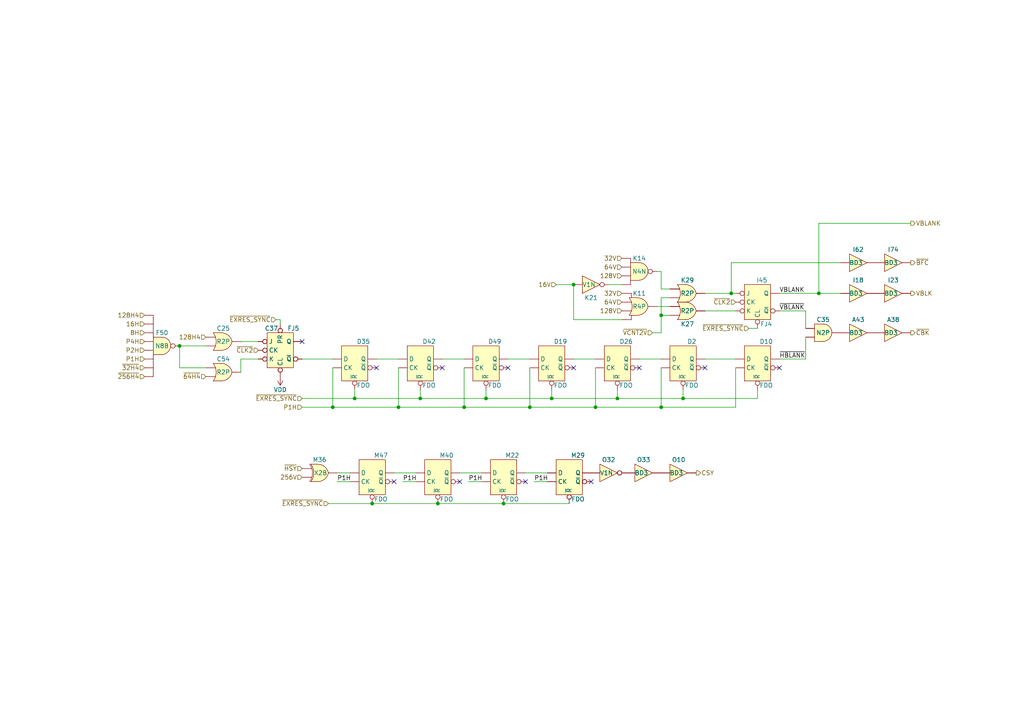
<source format=kicad_sch>
(kicad_sch (version 20231120) (generator "eeschema") (generator_version "8.0")
  (paper "A4")
  (title_block (title "Konami 007782") (date "2023-08-09") (company "Ulf Skutnabba, twitter: @skutis77"))
  (lib_symbols
    (symbol "ga_fujitsu_av:BD3"
      (property "Reference" "U" (at 0 3.81 0))
      (property "Value" "BD3" (at -0.635 0 0))
      (symbol "BD3_1_1"
        (polyline (pts (xy -2.54 2.54) (xy -2.54 -2.54) (xy 2.54 0) (xy -2.54 2.54)) (fill (type background)))
        (pin input line (at -5.08 0 0) (length 2.54) (name "") (number ""))
        (pin output line (at 5.08 0 180) (length 2.54) (name "") (number ""))
      )
    )
    (symbol "ga_fujitsu_av:FDO"
      (property "Reference" "U" (at 2.54 6.35 0))
      (property "Value" "FDO" (at 2.54 -6.35 0))
      (symbol "FDO_1_1"
        (rectangle (start -3.81 5.08) (end 3.81 -5.08) (fill (type background)))
        (pin input line (at -6.35 -1.27 0) (length 2.54) (name "CK") (number ""))
        (pin input line (at -6.35 1.27 0) (length 2.54) (name "D") (number ""))
        (pin output line (at 6.35 1.27 180) (length 2.54) (name "Q") (number ""))
        (pin output inverted (at 6.35 -1.27 180) (length 2.54) (name "~{Q}") (number ""))
        (pin input inverted (at 0 -7.62 90) (length 2.54) (name "~{R}") (number ""))
      )
    )
    (symbol "ga_fujitsu_av:FJ4"
      (property "Reference" "U" (at 1.27 5.08 0))
      (property "Value" "FJ4" (at 2.54 -7.62 0))
      (symbol "FJ4_1_1"
        (rectangle (start -3.81 3.81) (end 3.81 -6.35) (fill (type background)))
        (pin input inverted (at -6.35 -1.27 0) (length 2.54) (name "CK") (number ""))
        (pin input inverted (at 0 -8.89 90) (length 2.54) (name "CL") (number ""))
        (pin input inverted (at -6.35 1.27 0) (length 2.54) (name "J") (number ""))
        (pin input inverted (at -6.35 -3.81 0) (length 2.54) (name "K") (number ""))
        (pin output line (at 6.35 1.27 180) (length 2.54) (name "Q") (number ""))
        (pin output inverted (at 6.35 -3.81 180) (length 2.54) (name "~{Q}") (number ""))
      )
    )
    (symbol "ga_fujitsu_av:FJ5"
      (property "Reference" "U" (at -2.54 6.35 0))
      (property "Value" "FJ5" (at 3.81 6.35 0))
      (symbol "FJ5_1_1"
        (rectangle (start -3.81 5.08) (end 3.81 -5.08) (fill (type background)))
        (pin input inverted (at -6.35 0 0) (length 2.54) (name "CK") (number ""))
        (pin input inverted (at 0 -7.62 90) (length 2.54) (name "CL") (number ""))
        (pin input inverted (at -6.35 2.54 0) (length 2.54) (name "J") (number ""))
        (pin input inverted (at -6.35 -2.54 0) (length 2.54) (name "K") (number ""))
        (pin input inverted (at 0 7.62 270) (length 2.54) (name "PR") (number ""))
        (pin output line (at 6.35 2.54 180) (length 2.54) (name "Q") (number ""))
        (pin output inverted (at 6.35 -2.54 180) (length 2.54) (name "~{Q}") (number ""))
      )
    )
    (symbol "ga_fujitsu_av:N2P"
      (property "Reference" "U" (at 0 3.81 0))
      (property "Value" "N2P" (at 0 0 0))
      (symbol "N2P_1_1"
        (arc (start 0 -2.54) (mid 1.7263 -1.7263) (end 2.54 0) (fill (type background)))
        (polyline (pts (xy 0 2.54) (xy -2.54 2.54) (xy -2.54 -2.54) (xy 0 -2.54)) (fill (type background)))
        (arc (start 2.54 0) (mid 1.7961 1.7961) (end 0 2.54) (fill (type background)))
        (pin input line (at -5.08 -1.27 0) (length 2.54) (name "") (number ""))
        (pin input line (at -5.08 1.27 0) (length 2.54) (name "") (number ""))
        (pin output line (at 5.08 0 180) (length 2.54) (name "") (number ""))
      )
    )
    (symbol "ga_fujitsu_av:N4N"
      (property "Reference" "U" (at 1.27 3.81 0))
      (property "Value" "N4N" (at 1.27 0 0))
      (symbol "N4N_0_1"
        (polyline (pts (xy -1.27 -2.54) (xy -1.27 -3.81)))
        (polyline (pts (xy -1.27 2.54) (xy -1.27 3.81)))
      )
      (symbol "N4N_1_1"
        (polyline (pts (xy 1.27 2.54) (xy -1.27 2.54) (xy -1.27 -2.54) (xy 1.27 -2.54)) (fill (type background)))
        (arc (start 1.27 -2.54) (mid 2.9963 -1.7263) (end 3.81 0) (fill (type background)))
        (arc (start 3.81 0) (mid 3.0661 1.7961) (end 1.27 2.54) (fill (type background)))
        (pin input line (at -3.81 -3.81 0) (length 2.54) (name "") (number ""))
        (pin input line (at -3.81 -1.27 0) (length 2.54) (name "") (number ""))
        (pin input line (at -3.81 1.27 0) (length 2.54) (name "") (number ""))
        (pin input line (at -3.81 3.81 0) (length 2.54) (name "") (number ""))
        (pin output inverted (at 6.35 0 180) (length 2.54) (name "") (number ""))
      )
    )
    (symbol "ga_fujitsu_av:N8B"
      (property "Reference" "U" (at 2.54 3.81 0))
      (property "Value" "N8B" (at 2.54 0 0))
      (symbol "N8B_0_1"
        (polyline (pts (xy 0 -8.89) (xy 0 8.89)))
      )
      (symbol "N8B_1_1"
        (polyline (pts (xy 2.54 2.54) (xy 0 2.54) (xy 0 -2.54) (xy 2.54 -2.54)) (fill (type background)))
        (arc (start 2.54 -2.54) (mid 4.2663 -1.7263) (end 5.08 0) (fill (type background)))
        (arc (start 5.08 0) (mid 4.3361 1.7961) (end 2.54 2.54) (fill (type background)))
        (pin input line (at -2.54 -8.89 0) (length 2.54) (name "") (number ""))
        (pin input line (at -2.54 -6.35 0) (length 2.54) (name "") (number ""))
        (pin input line (at -2.54 -3.81 0) (length 2.54) (name "") (number ""))
        (pin input line (at -2.54 -1.27 0) (length 2.54) (name "") (number ""))
        (pin input line (at -2.54 1.27 0) (length 2.54) (name "") (number ""))
        (pin input line (at -2.54 3.81 0) (length 2.54) (name "") (number ""))
        (pin input line (at -2.54 6.35 0) (length 2.54) (name "") (number ""))
        (pin input line (at -2.54 8.89 0) (length 2.54) (name "") (number ""))
        (pin output inverted (at 7.62 0 180) (length 2.54) (name "") (number ""))
      )
    )
    (symbol "ga_fujitsu_av:R2P"
      (property "Reference" "U" (at 0 3.81 0))
      (property "Value" "R2P" (at 0 0 0))
      (symbol "R2P_1_1"
        (arc (start -2.9127 -2.5398) (mid -2.0762 0.0001) (end -2.9129 2.54))
        (arc (start -0.635 -2.54) (mid 1.3992 -1.8283) (end 2.54 0) (fill (type background)))
        (polyline (pts (xy -0.635 -2.54) (xy -2.921 -2.54)) (fill (type outline)))
        (polyline (pts (xy -0.635 2.54) (xy -2.921 2.54)) (fill (type background)))
        (polyline (pts (xy -0.635 2.54) (xy -2.921 2.54) (xy -2.54 1.905) (xy -2.286 1.27) (xy -2.159 0.762) (xy -2.1082 0.4572) (xy -2.0828 0.1778) (xy -2.0828 -0.127) (xy -2.1336 -0.6604) (xy -2.2098 -1.016) (xy -2.3114 -1.3716) (xy -2.4384 -1.6764) (xy -2.6162 -2.0574) (xy -2.794 -2.3368) (xy -2.921 -2.54) (xy -0.635 -2.54)) (stroke (width -0.0001)) (fill (type background)))
        (arc (start 2.54 0) (mid 1.3994 1.8287) (end -0.635 2.54) (fill (type background)))
        (pin input line (at -5.08 -1.27 0) (length 2.794) (name "") (number ""))
        (pin input line (at -5.08 1.27 0) (length 2.794) (name "") (number ""))
        (pin output line (at 5.08 0 180) (length 2.54) (name "") (number ""))
      )
    )
    (symbol "ga_fujitsu_av:R4P"
      (property "Reference" "U" (at 0 3.81 0))
      (property "Value" "R4P" (at 0 0 0))
      (symbol "R4P_0_1"
        (polyline (pts (xy -2.286 -3.81) (xy -2.286 -2.54)))
        (polyline (pts (xy -2.286 3.81) (xy -2.286 2.54)))
      )
      (symbol "R4P_1_1"
        (arc (start -2.9127 -2.5398) (mid -2.0762 0.0001) (end -2.9129 2.54))
        (arc (start -0.635 -2.54) (mid 1.3992 -1.8283) (end 2.54 0) (fill (type background)))
        (polyline (pts (xy -0.635 -2.54) (xy -2.921 -2.54)) (fill (type outline)))
        (polyline (pts (xy -0.635 2.54) (xy -2.921 2.54)) (fill (type background)))
        (polyline (pts (xy -0.635 2.54) (xy -2.921 2.54) (xy -2.54 1.905) (xy -2.286 1.27) (xy -2.159 0.762) (xy -2.1082 0.4572) (xy -2.0828 0.1778) (xy -2.0828 -0.127) (xy -2.1336 -0.6604) (xy -2.2098 -1.016) (xy -2.3114 -1.3716) (xy -2.4384 -1.6764) (xy -2.6162 -2.0574) (xy -2.794 -2.3368) (xy -2.921 -2.54) (xy -0.635 -2.54)) (stroke (width -0.0001)) (fill (type background)))
        (arc (start 2.54 0) (mid 1.3994 1.8287) (end -0.635 2.54) (fill (type background)))
        (pin input line (at -5.08 -3.81 0) (length 2.794) (name "") (number ""))
        (pin input line (at -5.08 -1.27 0) (length 2.794) (name "") (number ""))
        (pin input line (at -5.08 1.27 0) (length 2.794) (name "") (number ""))
        (pin input line (at -5.08 3.81 0) (length 2.794) (name "") (number ""))
        (pin output line (at 5.08 0 180) (length 2.54) (name "") (number ""))
      )
    )
    (symbol "ga_fujitsu_av:V1N"
      (property "Reference" "U" (at 0 2.54 0))
      (property "Value" "V1N" (at 0 -3.81 0))
      (symbol "V1N_1_1"
        (polyline (pts (xy -2.54 2.54) (xy -2.54 -2.54) (xy 2.54 0) (xy -2.54 2.54)) (fill (type background)))
        (pin input line (at -5.08 0 0) (length 2.54) (name "") (number ""))
        (pin output inverted (at 5.08 0 180) (length 2.54) (name "") (number ""))
      )
    )
    (symbol "ga_fujitsu_av:X2B"
      (property "Reference" "U" (at 0 3.81 0))
      (property "Value" "X2B" (at 0.254 0 0))
      (symbol "X2B_1_1"
        (arc (start -2.9127 -2.5398) (mid -2.0762 0.0001) (end -2.9129 2.54))
        (arc (start -2.54 -2.54) (mid -1.7035 -0.0001) (end -2.5402 2.5398))
        (arc (start -0.635 -2.54) (mid 1.3992 -1.8283) (end 2.54 0) (fill (type background)))
        (polyline (pts (xy -0.635 -2.54) (xy -2.54 -2.54)) (fill (type outline)))
        (polyline (pts (xy -0.635 2.54) (xy -2.54 2.54)) (fill (type background)))
        (polyline (pts (xy -0.635 2.54) (xy -2.54 2.54) (xy -2.159 1.905) (xy -1.905 1.27) (xy -1.778 0.762) (xy -1.7272 0.4572) (xy -1.7018 0.1778) (xy -1.7018 -0.127) (xy -1.7526 -0.6604) (xy -1.8288 -1.016) (xy -1.9304 -1.3716) (xy -2.0574 -1.6764) (xy -2.2352 -2.0574) (xy -2.413 -2.3368) (xy -2.54 -2.54) (xy -0.635 -2.54)) (stroke (width -0.0001)) (fill (type background)))
        (arc (start 2.54 0) (mid 1.3994 1.8287) (end -0.635 2.54) (fill (type background)))
        (pin input line (at -5.08 -1.27 0) (length 2.794) (name "") (number ""))
        (pin input line (at -5.08 1.27 0) (length 2.794) (name "") (number ""))
        (pin output line (at 5.08 0 180) (length 2.54) (name "") (number ""))
      )
    )
    (symbol "power:VDD" (power) (pin_names (offset 0))
      (property "Value" "VDD" (at 0 3.81 0))
      (symbol "VDD_0_1"
        (polyline (pts (xy -0.762 1.27) (xy 0 2.54)))
        (polyline (pts (xy 0 0) (xy 0 2.54)))
        (polyline (pts (xy 0 2.54) (xy 0.762 1.27)))
      )
      (symbol "VDD_1_1"
        (pin power_in line (at 0 0 90) (length 0) hide (name "VDD") (number "1"))
      )
    )
  )
  (junction (at 191.77 91.44))
  (junction (at 102.87 115.57))
  (junction (at 172.72 118.11))
  (junction (at 121.92 115.57))
  (junction (at 127 146.05))
  (junction (at 134.62 118.11))
  (junction (at 166.37 82.55))
  (junction (at 191.77 118.11))
  (junction (at 140.97 115.57))
  (junction (at 107.95 146.05))
  (junction (at 160.02 115.57))
  (junction (at 198.12 115.57))
  (junction (at 237.49 85.09))
  (junction (at 115.57 118.11))
  (junction (at 146.05 146.05))
  (junction (at 52.07 100.33))
  (junction (at 179.07 115.57))
  (junction (at 96.52 118.11))
  (junction (at 153.67 118.11))
  (junction (at 212.09 85.09))
  (no_connect (at 226.06 106.68))
  (no_connect (at 109.22 106.68))
  (no_connect (at 166.37 106.68))
  (no_connect (at 87.63 99.06))
  (no_connect (at 152.4 139.7))
  (no_connect (at 128.27 106.68))
  (no_connect (at 171.45 139.7))
  (no_connect (at 133.35 139.7))
  (no_connect (at 147.32 106.68))
  (no_connect (at 114.3 139.7))
  (no_connect (at 204.47 106.68))
  (no_connect (at 185.42 106.68))
  (wire (pts (xy 233.68 90.17) (xy 233.68 95.25)))
  (wire (pts (xy 96.52 118.11) (xy 115.57 118.11)))
  (wire (pts (xy 160.02 115.57) (xy 160.02 113.03)))
  (wire (pts (xy 179.07 115.57) (xy 179.07 113.03)))
  (wire (pts (xy 217.17 95.25) (xy 219.71 95.25)))
  (wire (pts (xy 115.57 118.11) (xy 134.62 118.11)))
  (wire (pts (xy 146.05 146.05) (xy 165.1 146.05)))
  (wire (pts (xy 133.35 137.16) (xy 139.7 137.16)))
  (wire (pts (xy 180.34 92.71) (xy 166.37 92.71)))
  (wire (pts (xy 128.27 104.14) (xy 134.62 104.14)))
  (wire (pts (xy 69.85 107.95) (xy 69.85 104.14)))
  (wire (pts (xy 176.53 82.55) (xy 180.34 82.55)))
  (wire (pts (xy 115.57 106.68) (xy 115.57 118.11)))
  (wire (pts (xy 219.71 113.03) (xy 219.71 115.57)))
  (wire (pts (xy 121.92 115.57) (xy 121.92 113.03)))
  (wire (pts (xy 96.52 118.11) (xy 96.52 106.68)))
  (wire (pts (xy 204.47 90.17) (xy 213.36 90.17)))
  (wire (pts (xy 191.77 78.74) (xy 191.77 83.82)))
  (wire (pts (xy 185.42 104.14) (xy 191.77 104.14)))
  (wire (pts (xy 191.77 118.11) (xy 172.72 118.11)))
  (wire (pts (xy 127 146.05) (xy 146.05 146.05)))
  (wire (pts (xy 191.77 96.52) (xy 191.77 91.44)))
  (wire (pts (xy 191.77 86.36) (xy 191.77 91.44)))
  (wire (pts (xy 179.07 115.57) (xy 198.12 115.57)))
  (wire (pts (xy 191.77 78.74) (xy 190.5 78.74)))
  (wire (pts (xy 190.5 88.9) (xy 194.31 88.9)))
  (wire (pts (xy 213.36 106.68) (xy 213.36 118.11)))
  (wire (pts (xy 69.85 104.14) (xy 74.93 104.14)))
  (wire (pts (xy 237.49 85.09) (xy 237.49 64.77)))
  (wire (pts (xy 204.47 104.14) (xy 213.36 104.14)))
  (wire (pts (xy 87.63 115.57) (xy 102.87 115.57)))
  (wire (pts (xy 191.77 83.82) (xy 194.31 83.82)))
  (wire (pts (xy 87.63 104.14) (xy 96.52 104.14)))
  (wire (pts (xy 166.37 92.71) (xy 166.37 82.55)))
  (wire (pts (xy 102.87 113.03) (xy 102.87 115.57)))
  (wire (pts (xy 219.71 115.57) (xy 198.12 115.57)))
  (wire (pts (xy 140.97 115.57) (xy 160.02 115.57)))
  (wire (pts (xy 191.77 106.68) (xy 191.77 118.11)))
  (wire (pts (xy 147.32 104.14) (xy 153.67 104.14)))
  (wire (pts (xy 81.28 92.71) (xy 81.28 93.98)))
  (wire (pts (xy 194.31 86.36) (xy 191.77 86.36)))
  (wire (pts (xy 135.89 139.7) (xy 139.7 139.7)))
  (wire (pts (xy 160.02 115.57) (xy 179.07 115.57)))
  (wire (pts (xy 243.84 76.2) (xy 212.09 76.2)))
  (wire (pts (xy 237.49 85.09) (xy 243.84 85.09)))
  (wire (pts (xy 87.63 118.11) (xy 96.52 118.11)))
  (wire (pts (xy 116.84 139.7) (xy 120.65 139.7)))
  (wire (pts (xy 172.72 118.11) (xy 172.72 106.68)))
  (wire (pts (xy 153.67 106.68) (xy 153.67 118.11)))
  (wire (pts (xy 226.06 90.17) (xy 233.68 90.17)))
  (wire (pts (xy 134.62 106.68) (xy 134.62 118.11)))
  (wire (pts (xy 154.94 139.7) (xy 158.75 139.7)))
  (wire (pts (xy 161.29 82.55) (xy 166.37 82.55)))
  (wire (pts (xy 233.68 104.14) (xy 226.06 104.14)))
  (wire (pts (xy 204.47 85.09) (xy 212.09 85.09)))
  (wire (pts (xy 52.07 100.33) (xy 59.69 100.33)))
  (wire (pts (xy 97.79 137.16) (xy 101.6 137.16)))
  (wire (pts (xy 102.87 115.57) (xy 121.92 115.57)))
  (wire (pts (xy 109.22 104.14) (xy 115.57 104.14)))
  (wire (pts (xy 59.69 106.68) (xy 52.07 106.68)))
  (wire (pts (xy 80.01 92.71) (xy 81.28 92.71)))
  (wire (pts (xy 212.09 76.2) (xy 212.09 85.09)))
  (wire (pts (xy 166.37 104.14) (xy 172.72 104.14)))
  (wire (pts (xy 152.4 137.16) (xy 158.75 137.16)))
  (wire (pts (xy 191.77 91.44) (xy 194.31 91.44)))
  (wire (pts (xy 114.3 137.16) (xy 120.65 137.16)))
  (wire (pts (xy 121.92 115.57) (xy 140.97 115.57)))
  (wire (pts (xy 212.09 85.09) (xy 213.36 85.09)))
  (wire (pts (xy 134.62 118.11) (xy 153.67 118.11)))
  (wire (pts (xy 95.25 146.05) (xy 107.95 146.05)))
  (wire (pts (xy 189.23 96.52) (xy 191.77 96.52)))
  (wire (pts (xy 74.93 99.06) (xy 69.85 99.06)))
  (wire (pts (xy 97.79 139.7) (xy 101.6 139.7)))
  (wire (pts (xy 153.67 118.11) (xy 172.72 118.11)))
  (wire (pts (xy 237.49 64.77) (xy 264.16 64.77)))
  (wire (pts (xy 198.12 115.57) (xy 198.12 113.03)))
  (wire (pts (xy 107.95 146.05) (xy 127 146.05)))
  (wire (pts (xy 191.77 118.11) (xy 213.36 118.11)))
  (wire (pts (xy 140.97 113.03) (xy 140.97 115.57)))
  (wire (pts (xy 226.06 85.09) (xy 237.49 85.09)))
  (wire (pts (xy 52.07 106.68) (xy 52.07 100.33)))
  (wire (pts (xy 233.68 97.79) (xy 233.68 104.14)))
  (label "P1H" (at 135.89 139.7 0))
  (label "P1H" (at 116.84 139.7 0))
  (label "P1H" (at 97.79 139.7 0))
  (label "P1H" (at 154.94 139.7 0))
  (label "~{HBLANK}" (at 226.06 104.14 0))
  (label "VBLANK" (at 226.06 85.09 0))
  (label "~{VBLANK}" (at 226.06 90.17 0))
  (hierarchical_label "8H" (shape input) (at 41.91 96.52 180))
  (hierarchical_label "~{EXRES_SYNC}" (shape input) (at 80.01 92.71 180))
  (hierarchical_label "~{256H4}" (shape input) (at 41.91 109.22 180))
  (hierarchical_label "128V" (shape input) (at 180.34 90.17 180))
  (hierarchical_label "64V" (shape input) (at 180.34 87.63 180))
  (hierarchical_label "VBLK" (shape output) (at 264.16 85.09 0))
  (hierarchical_label "~{HSY}" (shape input) (at 87.63 135.89 180))
  (hierarchical_label "~{EXRES_SYNC}" (shape input) (at 95.25 146.05 180))
  (hierarchical_label "VBLANK" (shape output) (at 264.16 64.77 0))
  (hierarchical_label "~{EXRES_SYNC}" (shape input) (at 217.17 95.25 180))
  (hierarchical_label "~{32H4}" (shape input) (at 41.91 106.68 180))
  (hierarchical_label "~{BFC}" (shape output) (at 264.16 76.2 0))
  (hierarchical_label "128H4" (shape input) (at 41.91 91.44 180))
  (hierarchical_label "~{64H4}" (shape input) (at 59.69 109.22 180))
  (hierarchical_label "~{VCNT2V}" (shape input) (at 189.23 96.52 180))
  (hierarchical_label "~{CLK2}" (shape input) (at 74.93 101.6 180))
  (hierarchical_label "P1H" (shape input) (at 87.63 118.11 180))
  (hierarchical_label "128V" (shape input) (at 180.34 80.01 180))
  (hierarchical_label "16H" (shape input) (at 41.91 93.98 180))
  (hierarchical_label "~{CLK2}" (shape input) (at 213.36 87.63 180))
  (hierarchical_label "P4H" (shape input) (at 41.91 99.06 180))
  (hierarchical_label "P2H" (shape input) (at 41.91 101.6 180))
  (hierarchical_label "256V" (shape input) (at 87.63 138.43 180))
  (hierarchical_label "16V" (shape input) (at 161.29 82.55 180))
  (hierarchical_label "~{CBK}" (shape output) (at 264.16 96.52 0))
  (hierarchical_label "32V" (shape input) (at 180.34 85.09 180))
  (hierarchical_label "P1H" (shape input) (at 41.91 104.14 180))
  (hierarchical_label "32V" (shape input) (at 180.34 74.93 180))
  (hierarchical_label "CSY" (shape output) (at 201.93 137.16 0))
  (hierarchical_label "~{EXRES_SYNC}" (shape input) (at 87.63 115.57 180))
  (hierarchical_label "64V" (shape input) (at 180.34 77.47 180))
  (hierarchical_label "128H4" (shape input) (at 59.69 97.79 180))
  (symbol (lib_id "ga_fujitsu_av:FJ5") (at 81.28 101.6 0) (unit 1)
    (property "Reference" "C37" (at 78.74 95.25 0))
    (property "Value" "FJ5" (at 85.09 95.25 0))
  )
  (symbol (lib_id "ga_fujitsu_av:FDO") (at 165.1 138.43 0) (unit 1)
    (property "Reference" "M29" (at 167.64 132.08 0))
    (property "Value" "FDO" (at 167.64 144.78 0))
  )
  (symbol (lib_id "ga_fujitsu_av:FDO") (at 198.12 105.41 0) (unit 1)
    (property "Reference" "D2" (at 200.66 99.06 0))
    (property "Value" "FDO" (at 200.66 111.76 0))
  )
  (symbol (lib_id "ga_fujitsu_av:R2P") (at 199.39 90.17 0) (unit 1)
    (property "Reference" "K27" (at 199.39 93.98 0))
    (property "Value" "R2P" (at 199.39 90.17 0))
  )
  (symbol (lib_id "ga_fujitsu_av:N8B") (at 44.45 100.33 0) (unit 1)
    (property "Reference" "F50" (at 46.99 96.52 0))
    (property "Value" "N8B" (at 46.99 100.33 0))
  )
  (symbol (lib_id "ga_fujitsu_av:BD3") (at 259.08 96.52 0) (unit 1)
    (property "Reference" "A38" (at 259.08 92.71 0))
    (property "Value" "BD3" (at 258.445 96.52 0))
  )
  (symbol (lib_id "ga_fujitsu_av:FDO") (at 160.02 105.41 0) (unit 1)
    (property "Reference" "D19" (at 162.56 99.06 0))
    (property "Value" "FDO" (at 162.56 111.76 0))
  )
  (symbol (lib_id "ga_fujitsu_av:BD3") (at 259.08 85.09 0) (unit 1)
    (property "Reference" "I23" (at 259.08 81.28 0))
    (property "Value" "BD3" (at 258.445 85.09 0))
  )
  (symbol (lib_id "ga_fujitsu_av:FDO") (at 121.92 105.41 0) (unit 1)
    (property "Reference" "D42" (at 124.46 99.06 0))
    (property "Value" "FDO" (at 124.46 111.76 0))
  )
  (symbol (lib_id "ga_fujitsu_av:BD3") (at 248.92 76.2 0) (unit 1)
    (property "Reference" "I62" (at 248.92 72.39 0))
    (property "Value" "BD3" (at 248.285 76.2 0))
  )
  (symbol (lib_id "ga_fujitsu_av:BD3") (at 248.92 96.52 0) (unit 1)
    (property "Reference" "A43" (at 248.92 92.71 0))
    (property "Value" "BD3" (at 248.285 96.52 0))
  )
  (symbol (lib_id "ga_fujitsu_av:BD3") (at 186.69 137.16 0) (unit 1)
    (property "Reference" "O33" (at 186.69 133.35 0))
    (property "Value" "BD3" (at 186.055 137.16 0))
  )
  (symbol (lib_id "ga_fujitsu_av:V1N") (at 171.45 82.55 0) (unit 1)
    (property "Reference" "K21" (at 171.45 86.36 0))
    (property "Value" "V1N" (at 170.8209 82.5671 0))
  )
  (symbol (lib_id "ga_fujitsu_av:FDO") (at 179.07 105.41 0) (unit 1)
    (property "Reference" "D26" (at 181.61 99.06 0))
    (property "Value" "FDO" (at 181.61 111.76 0))
  )
  (symbol (lib_id "ga_fujitsu_av:BD3") (at 196.85 137.16 0) (unit 1)
    (property "Reference" "O10" (at 196.85 133.35 0))
    (property "Value" "BD3" (at 196.215 137.16 0))
  )
  (symbol (lib_id "ga_fujitsu_av:X2B") (at 92.71 137.16 0) (unit 1)
    (property "Reference" "M36" (at 92.71 133.35 0))
    (property "Value" "X2B" (at 92.964 137.16 0))
  )
  (symbol (lib_id "ga_fujitsu_av:FDO") (at 127 138.43 0) (unit 1)
    (property "Reference" "M40" (at 129.54 132.08 0))
    (property "Value" "FDO" (at 129.54 144.78 0))
  )
  (symbol (lib_id "ga_fujitsu_av:R2P") (at 199.39 85.09 0) (unit 1)
    (property "Reference" "K29" (at 199.39 81.28 0))
    (property "Value" "R2P" (at 199.39 85.09 0))
  )
  (symbol (lib_id "ga_fujitsu_av:FDO") (at 102.87 105.41 0) (unit 1)
    (property "Reference" "D35" (at 105.41 99.06 0))
    (property "Value" "FDO" (at 105.41 111.76 0))
  )
  (symbol (lib_id "ga_fujitsu_av:FJ4") (at 219.71 86.36 0) (unit 1)
    (property "Reference" "I45" (at 220.98 81.28 0))
    (property "Value" "FJ4" (at 222.25 93.98 0))
  )
  (symbol (lib_id "power:VDD") (at 81.28 109.22 180) (unit 1)
    (property "Reference" "#PWR02" (effects (hide yes)))
    (property "Value" "VDD" (at 81.28 113.03 0))
  )
  (symbol (lib_id "ga_fujitsu_av:V1N") (at 176.53 137.16 0) (unit 1)
    (property "Reference" "O32" (at 176.53 133.35 0))
    (property "Value" "V1N" (at 175.9009 137.1771 0))
  )
  (symbol (lib_id "ga_fujitsu_av:FDO") (at 146.05 138.43 0) (unit 1)
    (property "Reference" "M22" (at 148.59 132.08 0))
    (property "Value" "FDO" (at 148.59 144.78 0))
  )
  (symbol (lib_id "ga_fujitsu_av:R2P") (at 64.77 107.95 0) (unit 1)
    (property "Reference" "C54" (at 64.77 104.14 0))
    (property "Value" "R2P" (at 64.77 107.95 0))
  )
  (symbol (lib_id "ga_fujitsu_av:BD3") (at 259.08 76.2 0) (unit 1)
    (property "Reference" "I74" (at 259.08 72.39 0))
    (property "Value" "BD3" (at 258.445 76.2 0))
  )
  (symbol (lib_id "ga_fujitsu_av:FDO") (at 107.95 138.43 0) (unit 1)
    (property "Reference" "M47" (at 110.49 132.08 0))
    (property "Value" "FDO" (at 110.49 144.78 0))
  )
  (symbol (lib_id "ga_fujitsu_av:BD3") (at 248.92 85.09 0) (unit 1)
    (property "Reference" "I18" (at 248.92 81.28 0))
    (property "Value" "BD3" (at 248.285 85.09 0))
  )
  (symbol (lib_id "ga_fujitsu_av:R4P") (at 185.42 88.9 0) (unit 1)
    (property "Reference" "K11" (at 185.42 85.09 0))
    (property "Value" "R4P" (at 185.42 88.9 0))
  )
  (symbol (lib_id "ga_fujitsu_av:N4N") (at 184.15 78.74 0) (unit 1)
    (property "Reference" "K14" (at 185.42 74.93 0))
    (property "Value" "N4N" (at 185.42 78.74 0))
  )
  (symbol (lib_id "ga_fujitsu_av:N2P") (at 238.76 96.52 0) (unit 1)
    (property "Reference" "C35" (at 238.76 92.71 0))
    (property "Value" "N2P" (at 238.76 96.52 0))
  )
  (symbol (lib_id "ga_fujitsu_av:R2P") (at 64.77 99.06 0) (unit 1)
    (property "Reference" "C25" (at 64.77 95.25 0))
    (property "Value" "R2P" (at 64.77 99.06 0))
  )
  (symbol (lib_id "ga_fujitsu_av:FDO") (at 219.71 105.41 0) (unit 1)
    (property "Reference" "D10" (at 222.25 99.06 0))
    (property "Value" "FDO" (at 222.25 111.76 0))
  )
  (symbol (lib_id "ga_fujitsu_av:FDO") (at 140.97 105.41 0) (unit 1)
    (property "Reference" "D49" (at 143.51 99.06 0))
    (property "Value" "FDO" (at 143.51 111.76 0))
  )
)
</source>
